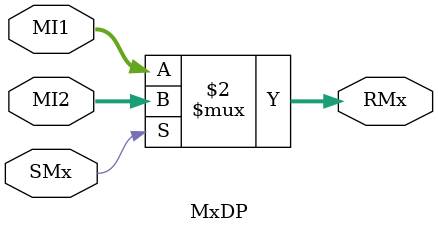
<source format=v>
`timescale 1ns/1ns

module MxDP (
		
		//Entradas
		input SMx,
		input [31:0]MI1,
		input [31:0]MI2,
		//Salidas
		output reg[31:0]RMx

);

//2- Delcaracion de señales --> NA(No aplica)

//3- Cuerpo del modulo

//Case 0 = MI1
//Case 1 = MI2

//Bloque Always
always @* RMx = SMx ? MI2:MI1;

endmodule
</source>
